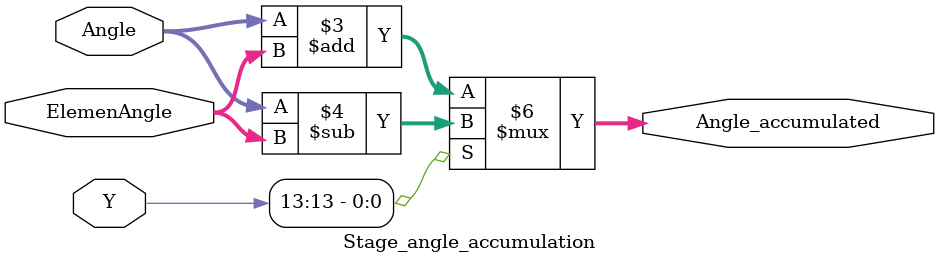
<source format=v>
`timescale 1ns / 1ps

module Stage_angle_accumulation(Angle, ElemenAngle, Y , Angle_accumulated);
input [13:0] Angle, ElemenAngle;
input [13:0] Y;
output [13:0] Angle_accumulated;

// input
wire signed [13:0] Angle, ElemenAngle;       // S1.12  (14bits)
wire signed [13:0] Y;           // Y[13] = ¦P¤@­Ó stage Y ªº signed bit¡A¨M©w¨¤«×­n¥[©Î´î

// output
reg signed [13:0] Angle_accumulated;       // S1.12  (14bits)

always@ (Angle or Y or ElemenAngle)
begin
    if(Y[13] == 1'b0)
        Angle_accumulated = Angle + ElemenAngle;
    else
        Angle_accumulated = Angle - ElemenAngle;
end

endmodule

</source>
